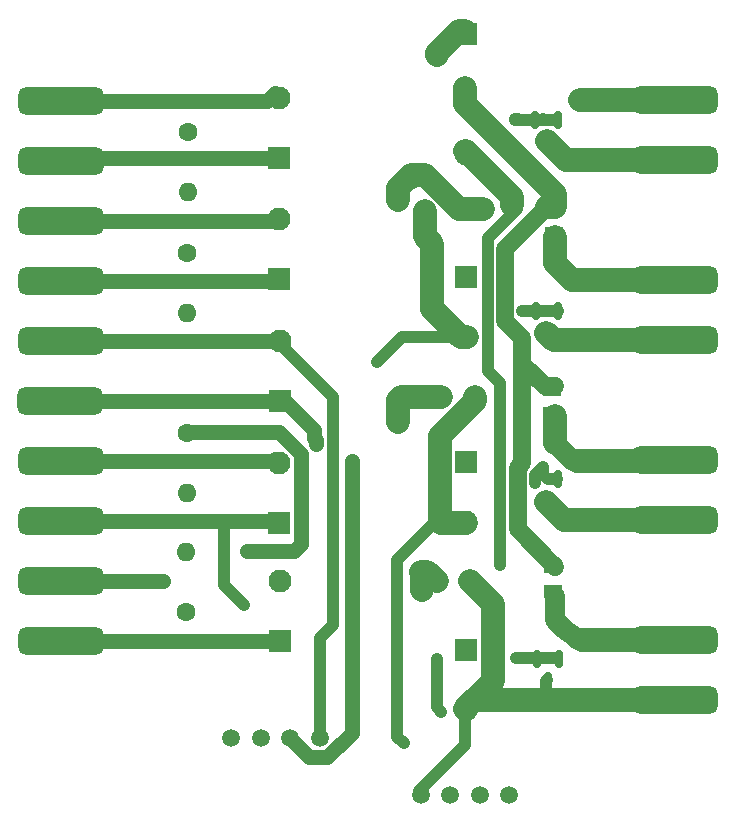
<source format=gbr>
%TF.GenerationSoftware,KiCad,Pcbnew,7.0.10*%
%TF.CreationDate,2024-07-22T09:22:48-04:00*%
%TF.ProjectId,12.X.1 - PLC Connector Combined.kicad_pcb_MERGED,31322e58-2e31-4202-9d20-504c4320436f,rev?*%
%TF.SameCoordinates,Original*%
%TF.FileFunction,Copper,L1,Top*%
%TF.FilePolarity,Positive*%
%FSLAX46Y46*%
G04 Gerber Fmt 4.6, Leading zero omitted, Abs format (unit mm)*
G04 Created by KiCad (PCBNEW 7.0.10) date 2024-07-22 09:22:48*
%MOMM*%
%LPD*%
G01*
G04 APERTURE LIST*
G04 Aperture macros list*
%AMRoundRect*
0 Rectangle with rounded corners*
0 $1 Rounding radius*
0 $2 $3 $4 $5 $6 $7 $8 $9 X,Y pos of 4 corners*
0 Add a 4 corners polygon primitive as box body*
4,1,4,$2,$3,$4,$5,$6,$7,$8,$9,$2,$3,0*
0 Add four circle primitives for the rounded corners*
1,1,$1+$1,$2,$3*
1,1,$1+$1,$4,$5*
1,1,$1+$1,$6,$7*
1,1,$1+$1,$8,$9*
0 Add four rect primitives between the rounded corners*
20,1,$1+$1,$2,$3,$4,$5,0*
20,1,$1+$1,$4,$5,$6,$7,0*
20,1,$1+$1,$6,$7,$8,$9,0*
20,1,$1+$1,$8,$9,$2,$3,0*%
%AMFreePoly0*
4,1,19,0.750000,-0.750000,-0.200000,-0.750000,-0.200000,-0.744911,-0.221157,-0.744911,-0.357708,-0.704816,-0.477430,-0.627875,-0.570627,-0.520320,-0.629746,-0.390866,-0.650000,-0.250000,-0.650000,0.250000,-0.629746,0.390866,-0.570627,0.520320,-0.477430,0.627875,-0.357708,0.704816,-0.221157,0.744911,-0.200000,0.744911,-0.200000,0.750000,0.750000,0.750000,0.750000,-0.750000,0.750000,-0.750000,
$1*%
%AMFreePoly1*
4,1,19,0.200000,0.744911,0.221157,0.744911,0.357708,0.704816,0.477430,0.627875,0.570627,0.520320,0.629746,0.390866,0.650000,0.250000,0.650000,-0.250000,0.629746,-0.390866,0.570627,-0.520320,0.477430,-0.627875,0.357708,-0.704816,0.221157,-0.744911,0.200000,-0.744911,0.200000,-0.750000,-0.750000,-0.750000,-0.750000,0.750000,0.200000,0.750000,0.200000,0.744911,0.200000,0.744911,
$1*%
G04 Aperture macros list end*
%TA.AperFunction,ComponentPad*%
%ADD10C,1.600000*%
%TD*%
%TA.AperFunction,ComponentPad*%
%ADD11O,1.600000X1.600000*%
%TD*%
%TA.AperFunction,SMDPad,CuDef*%
%ADD12RoundRect,0.572500X-3.045750X-0.572500X3.045750X-0.572500X3.045750X0.572500X-3.045750X0.572500X0*%
%TD*%
%TA.AperFunction,ComponentPad*%
%ADD13R,1.950000X1.950000*%
%TD*%
%TA.AperFunction,ComponentPad*%
%ADD14C,1.950000*%
%TD*%
%TA.AperFunction,SMDPad,CuDef*%
%ADD15RoundRect,0.150000X-0.150000X0.587500X-0.150000X-0.587500X0.150000X-0.587500X0.150000X0.587500X0*%
%TD*%
%TA.AperFunction,SMDPad,CuDef*%
%ADD16RoundRect,0.250000X-0.300000X-0.300000X0.300000X-0.300000X0.300000X0.300000X-0.300000X0.300000X0*%
%TD*%
%TA.AperFunction,SMDPad,CuDef*%
%ADD17RoundRect,0.250000X0.300000X0.300000X-0.300000X0.300000X-0.300000X-0.300000X0.300000X-0.300000X0*%
%TD*%
%TA.AperFunction,SMDPad,CuDef*%
%ADD18FreePoly0,270.000000*%
%TD*%
%TA.AperFunction,SMDPad,CuDef*%
%ADD19FreePoly1,270.000000*%
%TD*%
%TA.AperFunction,ComponentPad*%
%ADD20C,1.498600*%
%TD*%
%TA.AperFunction,ViaPad*%
%ADD21C,0.800000*%
%TD*%
%TA.AperFunction,Conductor*%
%ADD22C,2.000000*%
%TD*%
%TA.AperFunction,Conductor*%
%ADD23C,1.016000*%
%TD*%
%TA.AperFunction,Conductor*%
%ADD24C,1.999996*%
%TD*%
%TA.AperFunction,Conductor*%
%ADD25C,1.270000*%
%TD*%
%TA.AperFunction,Conductor*%
%ADD26C,0.250000*%
%TD*%
%TA.AperFunction,Conductor*%
%ADD27C,1.651000*%
%TD*%
%TA.AperFunction,Conductor*%
%ADD28C,1.500000*%
%TD*%
G04 APERTURE END LIST*
D10*
%TO.P,R203,1*%
%TO.N,Net-(J207-Pin_1)*%
X129778250Y-89942224D03*
D11*
%TO.P,R203,2*%
%TO.N,M*%
X129778250Y-95022224D03*
%TD*%
D12*
%TO.P,J307,1,Pin_1*%
%TO.N,Net-(J301-Pin_1)*%
X171148250Y-122735000D03*
%TD*%
D13*
%TO.P,J318,1,1*%
%TO.N,Net-(J305-Pin_1)*%
X153468250Y-92040000D03*
D14*
%TO.P,J318,2,2*%
%TO.N,Net-(J306-Pin_1)*%
X153468250Y-97120000D03*
%TD*%
D15*
%TO.P,D305,1*%
%TO.N,GNDPWR*%
X161338250Y-124327500D03*
%TO.P,D305,2*%
X159438250Y-124327500D03*
%TO.P,D305,3*%
%TO.N,Net-(J302-Pin_1)*%
X160388250Y-126202500D03*
%TD*%
D12*
%TO.P,J202,1,Pin_1*%
%TO.N,Net-(J202-Pin_1)*%
X119158250Y-117739446D03*
%TD*%
%TO.P,J201,1,Pin_1*%
%TO.N,Net-(J201-Pin_1)*%
X119138250Y-122827224D03*
%TD*%
D13*
%TO.P,J317,1,1*%
%TO.N,GNDPWR*%
X153468250Y-71405000D03*
D14*
%TO.P,J317,2,2*%
%TO.N,Net-(J303-Pin_1)*%
X153468250Y-76485000D03*
%TO.P,J317,3,3*%
%TO.N,Net-(J304-Pin_1)*%
X153468250Y-81565000D03*
%TD*%
D16*
%TO.P,D301,1*%
%TO.N,Net-(J306-Pin_1)*%
X149860750Y-86285000D03*
%TO.P,D301,2*%
%TO.N,GNDPWR*%
X152660750Y-86285000D03*
%TD*%
D12*
%TO.P,J204,1,Pin_1*%
%TO.N,Net-(J204-Pin_1)*%
X119158250Y-107593890D03*
%TD*%
%TO.P,J210,1,Pin_1*%
%TO.N,Net-(J210-Pin_1)*%
X119138250Y-77127224D03*
%TD*%
%TO.P,J315,1,Pin_1*%
%TO.N,Net-(J313-Pin_1)*%
X171158250Y-107515000D03*
%TD*%
D13*
%TO.P,J222,1,1*%
%TO.N,Net-(J205-Pin_1)*%
X137658250Y-102482224D03*
D14*
%TO.P,J222,2,2*%
%TO.N,Net-(J206-Pin_1)*%
X137658250Y-97402224D03*
%TD*%
D12*
%TO.P,J206,1,Pin_1*%
%TO.N,Net-(J206-Pin_1)*%
X119168250Y-97428334D03*
%TD*%
D17*
%TO.P,D302,1*%
%TO.N,Net-(J314-Pin_1)*%
X154288250Y-102025000D03*
%TO.P,D302,2*%
%TO.N,GNDPWR*%
X151488250Y-102025000D03*
%TD*%
D10*
%TO.P,R202,1*%
%TO.N,M*%
X129778250Y-105237224D03*
D11*
%TO.P,R202,2*%
%TO.N,Net-(J202-Pin_1)*%
X129778250Y-110317224D03*
%TD*%
D12*
%TO.P,J207,1,Pin_1*%
%TO.N,Net-(J207-Pin_1)*%
X119168250Y-92340556D03*
%TD*%
D10*
%TO.P,R201,1*%
%TO.N,Net-(J201-Pin_1)*%
X129738250Y-120332224D03*
D11*
%TO.P,R201,2*%
%TO.N,M*%
X129738250Y-115252224D03*
%TD*%
D13*
%TO.P,J225,1,1*%
%TO.N,Net-(J207-Pin_1)*%
X137628250Y-92157224D03*
D14*
%TO.P,J225,2,2*%
%TO.N,Net-(J208-Pin_1)*%
X137628250Y-87077224D03*
%TD*%
D15*
%TO.P,D308,1*%
%TO.N,GNDPWR*%
X161238250Y-94927500D03*
%TO.P,D308,2*%
X159338250Y-94927500D03*
%TO.P,D308,3*%
%TO.N,Net-(J306-Pin_1)*%
X160288250Y-96802500D03*
%TD*%
D18*
%TO.P,JP303,1,A*%
%TO.N,Net-(J303-Pin_1)*%
X160778250Y-116335000D03*
D19*
%TO.P,JP303,2,B*%
%TO.N,Net-(J301-Pin_1)*%
X160778250Y-118835000D03*
%TD*%
D15*
%TO.P,D307,1*%
%TO.N,GNDPWR*%
X161198250Y-78697500D03*
%TO.P,D307,2*%
X159298250Y-78697500D03*
%TO.P,D307,3*%
%TO.N,Net-(J304-Pin_1)*%
X160248250Y-80572500D03*
%TD*%
D12*
%TO.P,J311,1,Pin_1*%
%TO.N,Net-(J305-Pin_1)*%
X171138250Y-92255000D03*
%TD*%
%TO.P,J310,1,Pin_1*%
%TO.N,Net-(J304-Pin_1)*%
X171128250Y-82105000D03*
%TD*%
D18*
%TO.P,JP301,1,A*%
%TO.N,Net-(J303-Pin_1)*%
X160888250Y-86015000D03*
D19*
%TO.P,JP301,2,B*%
%TO.N,Net-(J305-Pin_1)*%
X160888250Y-88515000D03*
%TD*%
D17*
%TO.P,D304,1*%
%TO.N,Net-(J304-Pin_1)*%
X157468250Y-86285000D03*
%TO.P,D304,2*%
%TO.N,GNDPWR*%
X154668250Y-86285000D03*
%TD*%
D13*
%TO.P,J319,1,1*%
%TO.N,Net-(J301-Pin_1)*%
X153418250Y-123600000D03*
D14*
%TO.P,J319,2,2*%
%TO.N,Net-(J302-Pin_1)*%
X153418250Y-128680000D03*
%TD*%
D18*
%TO.P,JP302,1,A*%
%TO.N,Net-(J303-Pin_1)*%
X160698250Y-101295000D03*
D19*
%TO.P,JP302,2,B*%
%TO.N,Net-(J313-Pin_1)*%
X160698250Y-103795000D03*
%TD*%
D13*
%TO.P,J223,1,1*%
%TO.N,M*%
X137608250Y-81947224D03*
D14*
%TO.P,J223,2,2*%
%TO.N,Net-(J210-Pin_1)*%
X137608250Y-76867224D03*
%TD*%
D12*
%TO.P,J316,1,Pin_1*%
%TO.N,Net-(J314-Pin_1)*%
X171156500Y-112570000D03*
%TD*%
%TO.P,J209,1,Pin_1*%
%TO.N,M*%
X119138250Y-82185000D03*
%TD*%
D13*
%TO.P,J224,1,1*%
%TO.N,Net-(J201-Pin_1)*%
X137658250Y-122857224D03*
D14*
%TO.P,J224,2,2*%
%TO.N,Net-(J202-Pin_1)*%
X137658250Y-117777224D03*
%TD*%
D12*
%TO.P,J309,1,Pin_1*%
%TO.N,Net-(J303-Pin_1)*%
X171128250Y-77025000D03*
%TD*%
%TO.P,J312,1,Pin_1*%
%TO.N,Net-(J306-Pin_1)*%
X171158250Y-97345000D03*
%TD*%
D13*
%TO.P,J221,1,1*%
%TO.N,Net-(J203-Pin_1)*%
X137628250Y-112837224D03*
D14*
%TO.P,J221,2,2*%
%TO.N,Net-(J204-Pin_1)*%
X137628250Y-107757224D03*
%TD*%
D20*
%TO.P,J226,1,1*%
%TO.N,Net-(J206-Pin_1)*%
X141048250Y-131047224D03*
%TO.P,J226,2,2*%
%TO.N,Net-(J205-Pin_1)*%
X138548250Y-131047224D03*
%TO.P,J226,3,3*%
%TO.N,Net-(J204-Pin_1)*%
X136048250Y-131047224D03*
%TO.P,J226,4,4*%
%TO.N,Net-(J203-Pin_1)*%
X133548250Y-131047224D03*
%TD*%
D12*
%TO.P,J208,1,Pin_1*%
%TO.N,Net-(J208-Pin_1)*%
X119158250Y-87282778D03*
%TD*%
%TO.P,J308,1,Pin_1*%
%TO.N,Net-(J302-Pin_1)*%
X171148250Y-127825000D03*
%TD*%
%TO.P,J203,1,Pin_1*%
%TO.N,Net-(J203-Pin_1)*%
X119168250Y-112661668D03*
%TD*%
D15*
%TO.P,D306,1*%
%TO.N,GNDPWR*%
X161198250Y-109137500D03*
%TO.P,D306,2*%
X159298250Y-109137500D03*
%TO.P,D306,3*%
%TO.N,Net-(J314-Pin_1)*%
X160248250Y-111012500D03*
%TD*%
D10*
%TO.P,R204,1*%
%TO.N,M*%
X129868250Y-79722224D03*
D11*
%TO.P,R204,2*%
%TO.N,Net-(J208-Pin_1)*%
X129868250Y-84802224D03*
%TD*%
D17*
%TO.P,D303,1*%
%TO.N,Net-(J302-Pin_1)*%
X153555750Y-117795000D03*
%TO.P,D303,2*%
%TO.N,GNDPWR*%
X150755750Y-117795000D03*
%TD*%
D20*
%TO.P,J321,1,1*%
%TO.N,Net-(J304-Pin_1)*%
X157095050Y-135824601D03*
%TO.P,J321,2,2*%
%TO.N,Net-(J306-Pin_1)*%
X154595050Y-135824601D03*
%TO.P,J321,3,3*%
%TO.N,Net-(J314-Pin_1)*%
X152095050Y-135824601D03*
%TO.P,J321,4,4*%
%TO.N,Net-(J302-Pin_1)*%
X149595050Y-135824601D03*
%TD*%
D12*
%TO.P,J205,1,Pin_1*%
%TO.N,Net-(J205-Pin_1)*%
X119088250Y-102536112D03*
%TD*%
D13*
%TO.P,J320,1,1*%
%TO.N,Net-(J313-Pin_1)*%
X153448250Y-107655000D03*
D14*
%TO.P,J320,2,2*%
%TO.N,Net-(J314-Pin_1)*%
X153448250Y-112735000D03*
%TD*%
D21*
%TO.N,Net-(J306-Pin_1)*%
X165304251Y-97370999D03*
X162964251Y-97370999D03*
X164124251Y-97370999D03*
X145903251Y-99231999D03*
%TO.N,GNDPWR*%
X148697251Y-83610999D03*
X147681251Y-102914999D03*
X158476251Y-94913999D03*
X160127251Y-94913999D03*
X149647257Y-116951005D03*
X160174251Y-78690999D03*
X159964251Y-108090999D03*
X147681251Y-104311999D03*
X160174251Y-124260999D03*
X147681251Y-85515999D03*
X157841251Y-78657999D03*
X151745251Y-72434999D03*
X150983251Y-73196999D03*
X160381241Y-109150499D03*
X158222251Y-124250999D03*
X149708251Y-118535999D03*
X147808251Y-84372999D03*
%TO.N,Net-(J314-Pin_1)*%
X165584251Y-112540999D03*
X162864251Y-112591092D03*
X164164251Y-112570999D03*
X148189251Y-131489999D03*
%TO.N,Net-(J302-Pin_1)*%
X166130474Y-127824776D03*
X164700473Y-127824777D03*
X162978026Y-127824774D03*
%TO.N,Net-(J304-Pin_1)*%
X163064251Y-82091838D03*
X164284251Y-82100999D03*
X151358053Y-128816801D03*
X156319251Y-116374999D03*
X165594251Y-82080999D03*
X150983251Y-124332999D03*
%TO.N,Net-(J203-Pin_1)*%
X124331250Y-112654224D03*
X127633250Y-112654224D03*
X134618150Y-119766224D03*
X126109250Y-112654224D03*
%TO.N,Net-(J204-Pin_1)*%
X127633250Y-107574224D03*
X126109250Y-107574224D03*
X124458250Y-107574224D03*
%TO.N,Net-(J205-Pin_1)*%
X127887250Y-102494224D03*
X124712250Y-102494224D03*
X140714254Y-106177224D03*
X126363250Y-102494224D03*
X143762250Y-107574224D03*
%TO.N,Net-(J206-Pin_1)*%
X126490248Y-97414224D03*
X128141250Y-97414224D03*
X124712250Y-97414224D03*
%TO.N,M*%
X136142250Y-105161224D03*
X137285250Y-105161224D03*
X124204250Y-81920224D03*
X135888250Y-115194224D03*
X125855250Y-81920224D03*
X134872252Y-115194224D03*
X127633250Y-81920224D03*
%TO.N,Net-(J201-Pin_1)*%
X127125250Y-122814224D03*
X124331250Y-122814224D03*
X125728250Y-122814224D03*
%TO.N,Net-(J202-Pin_1)*%
X127252250Y-117734224D03*
X124331250Y-117734224D03*
X125728250Y-117734224D03*
%TO.N,Net-(J207-Pin_1)*%
X127887250Y-92334224D03*
X126236250Y-92334224D03*
X124712250Y-92334224D03*
%TO.N,Net-(J208-Pin_1)*%
X128141250Y-87254224D03*
X124585250Y-87254224D03*
X126363250Y-87254224D03*
%TO.N,Net-(J301-Pin_1)*%
X164497834Y-122759051D03*
X163264251Y-122740935D03*
X165832549Y-122742573D03*
%TO.N,Net-(J303-Pin_1)*%
X165694251Y-77010999D03*
X164284251Y-77010999D03*
X163094251Y-76980999D03*
%TO.N,Net-(J305-Pin_1)*%
X165474251Y-92260999D03*
X164234251Y-92240999D03*
X163064251Y-92270999D03*
%TO.N,Net-(J313-Pin_1)*%
X162864251Y-107570999D03*
X164304251Y-107570999D03*
X165734251Y-107550999D03*
%TD*%
D22*
%TO.N,Net-(J306-Pin_1)*%
X171164251Y-97370999D02*
X162964251Y-97370999D01*
X160884751Y-97370999D02*
X160254251Y-96740499D01*
X152988251Y-97072999D02*
X153529583Y-97072999D01*
D23*
X148062251Y-97072999D02*
X152988251Y-97072999D01*
D22*
X149932616Y-88529364D02*
X150602251Y-89198999D01*
X150602251Y-94686999D02*
X152988251Y-97072999D01*
X149932616Y-86433634D02*
X149932616Y-88529364D01*
X162964251Y-97370999D02*
X160884751Y-97370999D01*
D23*
X145903251Y-99231999D02*
X148062251Y-97072999D01*
D22*
X150602251Y-89198999D02*
X150602251Y-94686999D01*
%TO.N,GNDPWR*%
X147808251Y-84372999D02*
X147681251Y-84499999D01*
D23*
X158222251Y-124250999D02*
X157714251Y-124250999D01*
X159304251Y-94865499D02*
X158524751Y-94865499D01*
X159001751Y-78675499D02*
X157858751Y-78675499D01*
X161155751Y-109150499D02*
X160381241Y-109150499D01*
D24*
X149708251Y-117011999D02*
X149647257Y-116951005D01*
D22*
X148697251Y-83610999D02*
X148570251Y-83610999D01*
D23*
X158427751Y-94865499D02*
X158270751Y-94865499D01*
D22*
X147681251Y-102406999D02*
X147935251Y-102152999D01*
D23*
X157604751Y-78675499D02*
X157587251Y-78657999D01*
X161143251Y-124250999D02*
X160254251Y-124250999D01*
X157858751Y-78675499D02*
X157841251Y-78657999D01*
X158270751Y-94865499D02*
X158222251Y-94913999D01*
X157841251Y-78657999D02*
X157823751Y-78675499D01*
D24*
X150157257Y-116951005D02*
X149647257Y-116951005D01*
D23*
X160017751Y-78675499D02*
X160000251Y-78657999D01*
X159982751Y-78675499D02*
X159001751Y-78675499D01*
X159243251Y-124250999D02*
X158222251Y-124250999D01*
X159964251Y-108090999D02*
X159285251Y-108769999D01*
D22*
X147681251Y-84499999D02*
X147681251Y-85515999D01*
D23*
X160381241Y-109150499D02*
X159964251Y-108733509D01*
X159285251Y-108769999D02*
X159285251Y-109455604D01*
D22*
X147681251Y-102914999D02*
X147681251Y-102406999D01*
D24*
X149708251Y-118535999D02*
X149708251Y-117011999D01*
D23*
X160127251Y-94913999D02*
X160078751Y-94865499D01*
D22*
X149967251Y-83356999D02*
X148824251Y-83356999D01*
D23*
X160254251Y-124250999D02*
X159243251Y-124250999D01*
D22*
X148824251Y-83356999D02*
X148697251Y-83483999D01*
D24*
X150980251Y-117773999D02*
X150157257Y-116951005D01*
D23*
X161270251Y-94865499D02*
X160175751Y-94865499D01*
D22*
X147935251Y-102152999D02*
X151361251Y-102152999D01*
D23*
X159964251Y-108733509D02*
X159964251Y-108090999D01*
X158476251Y-94913999D02*
X158427751Y-94865499D01*
D22*
X148697251Y-83483999D02*
X148697251Y-83610999D01*
X152888251Y-86277999D02*
X149967251Y-83356999D01*
X151745251Y-72307999D02*
X152888251Y-71164999D01*
D23*
X157823751Y-78675499D02*
X157604751Y-78675499D01*
X160901751Y-78675499D02*
X160017751Y-78675499D01*
X160078751Y-94865499D02*
X159304251Y-94865499D01*
X160000251Y-78657999D02*
X159982751Y-78675499D01*
X158524751Y-94865499D02*
X158476251Y-94913999D01*
D22*
X148570251Y-83610999D02*
X147808251Y-84372999D01*
X154917251Y-86277999D02*
X152888251Y-86277999D01*
D23*
X160175751Y-94865499D02*
X160127251Y-94913999D01*
D22*
X150983251Y-73196999D02*
X150983251Y-73069999D01*
X150983251Y-73069999D02*
X151618251Y-72434999D01*
X147681251Y-104311999D02*
X147681251Y-102914999D01*
X152888251Y-71164999D02*
X153396251Y-71164999D01*
D23*
%TO.N,Net-(J314-Pin_1)*%
X147621753Y-115926023D02*
X147621753Y-130922501D01*
D22*
X151221251Y-105438999D02*
X154161251Y-102498999D01*
X161771344Y-112591092D02*
X160205751Y-111025499D01*
X171164251Y-112570999D02*
X162884344Y-112570999D01*
D23*
X147621753Y-130922501D02*
X148189251Y-131489999D01*
D22*
X162884344Y-112570999D02*
X162864251Y-112591092D01*
X154161251Y-102498999D02*
X154161251Y-102152999D01*
X162864251Y-112591092D02*
X161771344Y-112591092D01*
X151364251Y-112820999D02*
X151221251Y-112677999D01*
D23*
X150726777Y-112820999D02*
X147621753Y-115926023D01*
D22*
X153462917Y-112820999D02*
X151364251Y-112820999D01*
D23*
X151364251Y-112820999D02*
X150726777Y-112820999D01*
D22*
X151221251Y-112677999D02*
X151221251Y-105438999D01*
%TO.N,Net-(J302-Pin_1)*%
X171138691Y-127824770D02*
X166130480Y-127824770D01*
X155698251Y-126232999D02*
X155698251Y-119691999D01*
D23*
X149497351Y-135553999D02*
X153396251Y-131655099D01*
D22*
X162978029Y-127824777D02*
X162978026Y-127824774D01*
X164700473Y-127824777D02*
X166130473Y-127824777D01*
X153523251Y-128407999D02*
X155698251Y-126232999D01*
D23*
X153396251Y-131655099D02*
X153396251Y-128568999D01*
D22*
X166130473Y-127824777D02*
X166130474Y-127824776D01*
X154073812Y-127824770D02*
X153329583Y-128568999D01*
X162978022Y-127824770D02*
X154073812Y-127824770D01*
X164700473Y-127824777D02*
X162978029Y-127824777D01*
X166130480Y-127824770D02*
X166130474Y-127824776D01*
X155698251Y-119691999D02*
X153780251Y-117773999D01*
D23*
X160292882Y-126130650D02*
X160193251Y-126230281D01*
X160193251Y-126230281D02*
X160193251Y-127985999D01*
%TO.N,Net-(J304-Pin_1)*%
X155301251Y-88693999D02*
X155301251Y-99938919D01*
X157717251Y-86277999D02*
X155301251Y-88693999D01*
D22*
X153396251Y-81324999D02*
X153429585Y-81324999D01*
X163085090Y-82070999D02*
X163064251Y-82091838D01*
D23*
X156319251Y-100956919D02*
X156319251Y-116374999D01*
X150983251Y-128441999D02*
X150983251Y-124332999D01*
D22*
X153429585Y-81324999D02*
X157358088Y-85253502D01*
X157358088Y-85253502D02*
X157358088Y-85918836D01*
X161879090Y-82091838D02*
X163064251Y-82091838D01*
X171064251Y-82070999D02*
X163085090Y-82070999D01*
D23*
X151358053Y-128816801D02*
X150983251Y-128441999D01*
D22*
X160320251Y-80532999D02*
X161879090Y-82091838D01*
D23*
X155301251Y-99938919D02*
X156319251Y-100956919D01*
%TO.N,Net-(J203-Pin_1)*%
X132967250Y-118115324D02*
X134618150Y-119766224D01*
D25*
X119164898Y-112654224D02*
X119147595Y-112671527D01*
D23*
X132967250Y-112654224D02*
X132967250Y-118115324D01*
D25*
X137285250Y-112527224D02*
X137158250Y-112654224D01*
X119155588Y-112679520D02*
X123950250Y-112679520D01*
X119147595Y-112671527D02*
X119155588Y-112679520D01*
X137158250Y-112654224D02*
X132967250Y-112654224D01*
X132967250Y-112654224D02*
X119164898Y-112654224D01*
%TO.N,Net-(J204-Pin_1)*%
X137158250Y-107574224D02*
X119148698Y-107574224D01*
X119148698Y-107574224D02*
X119130525Y-107592397D01*
X137285250Y-107447224D02*
X137158250Y-107574224D01*
%TO.N,Net-(J205-Pin_1)*%
X141704489Y-132631524D02*
X143762250Y-130573763D01*
X119068439Y-102516298D02*
X138076218Y-102516298D01*
X140558250Y-104998330D02*
X140558250Y-105640224D01*
X138548250Y-131047224D02*
X140132550Y-132631524D01*
X140132550Y-132631524D02*
X141704489Y-132631524D01*
X140714254Y-105796228D02*
X140714254Y-106177224D01*
X119068250Y-102516109D02*
X119068439Y-102516298D01*
X140558250Y-105640224D02*
X140714254Y-105796228D01*
X138076218Y-102516298D02*
X140558250Y-104998330D01*
X143762250Y-130573763D02*
X143762250Y-107574224D01*
D23*
%TO.N,Net-(J206-Pin_1)*%
X141048250Y-131047224D02*
X141048250Y-122607224D01*
X141048250Y-122607224D02*
X142184258Y-121471216D01*
X142184258Y-102186232D02*
X137285250Y-97287224D01*
D25*
X119119029Y-97434548D02*
X119119168Y-97434687D01*
X137285250Y-97287224D02*
X137158250Y-97414224D01*
X137158250Y-97414224D02*
X119139353Y-97414224D01*
D23*
X142184258Y-121471216D02*
X142184258Y-102186232D01*
D25*
X119119168Y-97434687D02*
X123950250Y-97434687D01*
X119139353Y-97414224D02*
X119119029Y-97434548D01*
%TO.N,M*%
X119461094Y-81904224D02*
X119173791Y-82191527D01*
X137285250Y-82047224D02*
X137142250Y-81904224D01*
X137142250Y-81904224D02*
X119461094Y-81904224D01*
X137591977Y-105161224D02*
X139438250Y-107007497D01*
X138891250Y-115194224D02*
X134872252Y-115194224D01*
X129665250Y-105161224D02*
X137591977Y-105161224D01*
X139438250Y-114647224D02*
X138891250Y-115194224D01*
X139438250Y-107007497D02*
X139438250Y-114647224D01*
D26*
X123948577Y-82191527D02*
X119173791Y-82191527D01*
X123965880Y-82174224D02*
X123948577Y-82191527D01*
D25*
%TO.N,Net-(J210-Pin_1)*%
X137285250Y-76464224D02*
X137285250Y-76967224D01*
X137278250Y-76457224D02*
X137285250Y-76464224D01*
X136620273Y-77115201D02*
X137278250Y-76457224D01*
X119128986Y-77115201D02*
X136620273Y-77115201D01*
%TO.N,Net-(J201-Pin_1)*%
X137285250Y-122687224D02*
X137158250Y-122814224D01*
X119152163Y-122814224D02*
X119150616Y-122815771D01*
X137158250Y-122814224D02*
X119152163Y-122814224D01*
%TO.N,Net-(J202-Pin_1)*%
X127760250Y-117734224D02*
X119142641Y-117734224D01*
X119142641Y-117734224D02*
X119133772Y-117743093D01*
%TO.N,Net-(J207-Pin_1)*%
X137158250Y-92334224D02*
X119137496Y-92334224D01*
X137285250Y-92207224D02*
X137158250Y-92334224D01*
X119137496Y-92334224D02*
X119132933Y-92338787D01*
%TO.N,Net-(J208-Pin_1)*%
X137285250Y-87127224D02*
X137158250Y-87254224D01*
X137158250Y-87254224D02*
X119182732Y-87254224D01*
X119182732Y-87254224D02*
X119150929Y-87286027D01*
D22*
%TO.N,Net-(J301-Pin_1)*%
X163267816Y-122744500D02*
X163264251Y-122740935D01*
D27*
X160964251Y-121038478D02*
X160964251Y-119020999D01*
X161763684Y-121837911D02*
X160964251Y-121038478D01*
X162362132Y-122213930D02*
X162041723Y-122059634D01*
X162041723Y-122059634D02*
X161763684Y-121837911D01*
X163264251Y-122740935D02*
X162889137Y-122740935D01*
D22*
X171130163Y-122744500D02*
X163267816Y-122744500D01*
D27*
X162889137Y-122740935D02*
X162362132Y-122213930D01*
D22*
%TO.N,Net-(J303-Pin_1)*%
X171172370Y-76994488D02*
X163107740Y-76994488D01*
D28*
X158222251Y-97170075D02*
X156759251Y-95707075D01*
D22*
X160964251Y-85018030D02*
X160964251Y-86120999D01*
X153396251Y-76002499D02*
X153396251Y-77401198D01*
D28*
X160964251Y-116520999D02*
X157827251Y-113383999D01*
X156759251Y-89628943D02*
X160267195Y-86120999D01*
X156759251Y-95707075D02*
X156759251Y-89628943D01*
X158222251Y-107771075D02*
X158222251Y-97170075D01*
D22*
X153396251Y-77401198D02*
X160770583Y-84775530D01*
X160267195Y-86120999D02*
X160964251Y-86120999D01*
D28*
X157827251Y-113383999D02*
X157827251Y-108166075D01*
X160964251Y-101270999D02*
X160162251Y-101270999D01*
X157827251Y-108166075D02*
X158222251Y-107771075D01*
D22*
X163107740Y-76994488D02*
X163094251Y-76980999D01*
X163094251Y-76980999D02*
X163080762Y-76994488D01*
D28*
X158222251Y-99330999D02*
X158222251Y-98596999D01*
X160162251Y-101270999D02*
X158222251Y-99330999D01*
D22*
%TO.N,Net-(J305-Pin_1)*%
X163064251Y-92270999D02*
X162430957Y-92270999D01*
X160964251Y-90804293D02*
X160964251Y-88620999D01*
X162430957Y-92270999D02*
X160964251Y-90804293D01*
X170964251Y-92270999D02*
X163064251Y-92270999D01*
D27*
%TO.N,Net-(J313-Pin_1)*%
X162490957Y-107570999D02*
X160964251Y-106044293D01*
D22*
X171164251Y-107570999D02*
X162864251Y-107570999D01*
X160964251Y-106044293D02*
X160964251Y-103770999D01*
%TD*%
M02*

</source>
